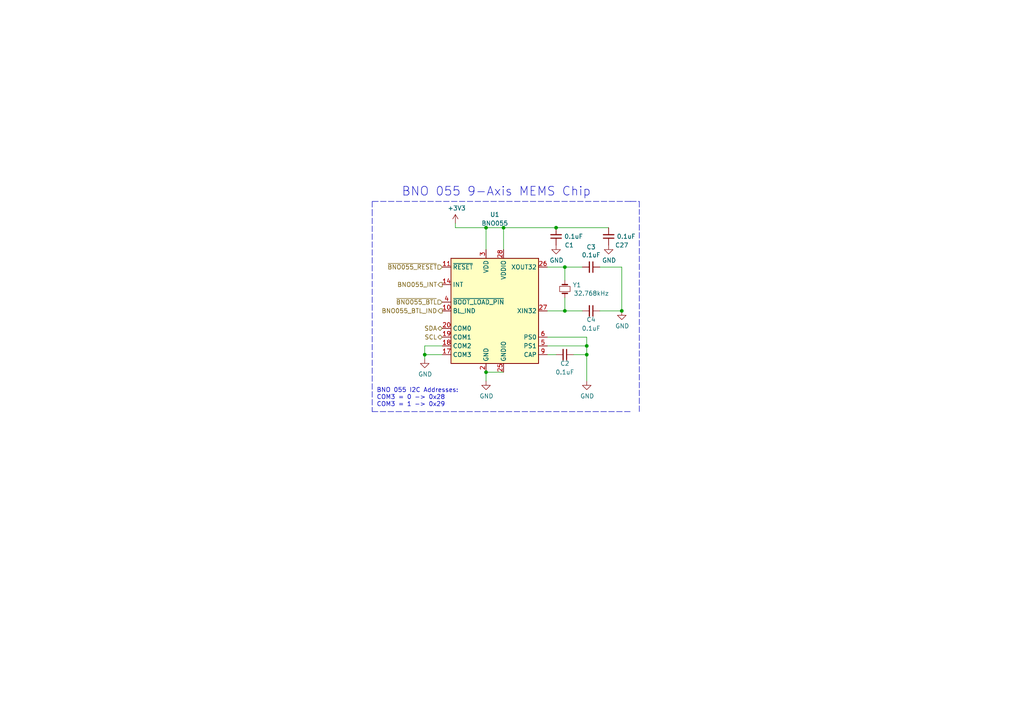
<source format=kicad_sch>
(kicad_sch (version 20211123) (generator eeschema)
  (paper "A4")
  (title_block (title "ICM-20948 MEMS Chip") (date "2021-12-06") (rev "v1.0.4") (company "Missouri S&T Rocket Design Team '21 (Thomas Francois)") (comment 1 "https://github.com/MSTRocketDesignTeam/Avionics-Data-Collection-PCB") (comment 2 "Intended as initial pre-production design") (comment 3 "Schematic depicting logical connections between components"))
  (lib_symbols
    (symbol "Data_Collection_KiCAD_Project-rescue:+3.3V-power-Data_Collection_KiCAD_Project-rescue" (power) (pin_names (offset 0))
      (property "Value" "Data_Collection_KiCAD_Project-rescue_+3.3V-power-Data_Collection_KiCAD_Project-rescue" (at 0 3.556 0))
      (symbol "+3.3V-power-Data_Collection_KiCAD_Project-rescue_0_1"
        (polyline (pts (xy -0.762 1.27) (xy 0 2.54)))
        (polyline (pts (xy 0 0) (xy 0 2.54)))
        (polyline (pts (xy 0 2.54) (xy 0.762 1.27)))
      )
      (symbol "+3.3V-power-Data_Collection_KiCAD_Project-rescue_1_1"
        (pin power_in line (at 0 0 90) (length 0) hide (name "+3V3") (number "1"))
      )
    )
    (symbol "Data_Collection_KiCAD_Project-rescue:BNO055-Sensor_Motion-Data_Collection_KiCAD_Project-rescue"
      (property "Reference" "U" (at -11.43 16.51 0))
      (property "Value" "Data_Collection_KiCAD_Project-rescue_BNO055-Sensor_Motion-Data_Collection_KiCAD_Project-rescue" (at 12.7 16.51 0))
      (symbol "BNO055-Sensor_Motion-Data_Collection_KiCAD_Project-rescue_0_1"
        (rectangle (start -12.7 15.24) (end 12.7 -15.24) (stroke (width 0.254)) (fill (type background)))
      )
      (symbol "BNO055-Sensor_Motion-Data_Collection_KiCAD_Project-rescue_1_1"
        (pin no_connect line (at -12.7 10.16 0) (length 2.54) hide (name "PIN1") (number "1"))
        (pin output line (at -15.24 0 0) (length 2.54) (name "BL_IND") (number "10"))
        (pin input line (at -15.24 12.7 0) (length 2.54) (name "~{RESET}") (number "11"))
        (pin no_connect line (at 12.7 10.16 180) (length 2.54) hide (name "PIN12") (number "12"))
        (pin no_connect line (at 12.7 7.62 180) (length 2.54) hide (name "PIN13") (number "13"))
        (pin output line (at -15.24 7.62 0) (length 2.54) (name "INT") (number "14"))
        (pin passive line (at 2.54 -17.78 90) (length 2.54) hide (name "GNDIO") (number "15"))
        (pin passive line (at 2.54 -17.78 90) (length 2.54) hide (name "GNDIO") (number "16"))
        (pin input line (at -15.24 -12.7 0) (length 2.54) (name "COM3") (number "17"))
        (pin bidirectional line (at -15.24 -10.16 0) (length 2.54) (name "COM2") (number "18"))
        (pin bidirectional line (at -15.24 -7.62 0) (length 2.54) (name "COM1") (number "19"))
        (pin power_in line (at -2.54 -17.78 90) (length 2.54) (name "GND") (number "2"))
        (pin bidirectional line (at -15.24 -5.08 0) (length 2.54) (name "COM0") (number "20"))
        (pin no_connect line (at 12.7 5.08 180) (length 2.54) hide (name "PIN21") (number "21"))
        (pin no_connect line (at 12.7 2.54 180) (length 2.54) hide (name "PIN22") (number "22"))
        (pin no_connect line (at 12.7 -2.54 180) (length 2.54) hide (name "PIN23") (number "23"))
        (pin no_connect line (at 12.7 -5.08 180) (length 2.54) hide (name "PIN24") (number "24"))
        (pin power_in line (at 2.54 -17.78 90) (length 2.54) (name "GNDIO") (number "25"))
        (pin output line (at 15.24 12.7 180) (length 2.54) (name "XOUT32") (number "26"))
        (pin input line (at 15.24 0 180) (length 2.54) (name "XIN32") (number "27"))
        (pin power_in line (at 2.54 17.78 270) (length 2.54) (name "VDDIO") (number "28"))
        (pin power_in line (at -2.54 17.78 270) (length 2.54) (name "VDD") (number "3"))
        (pin input line (at -15.24 2.54 0) (length 2.54) (name "~{BOOT_LOAD_PIN}") (number "4"))
        (pin input line (at 15.24 -10.16 180) (length 2.54) (name "PS1") (number "5"))
        (pin input line (at 15.24 -7.62 180) (length 2.54) (name "PS0") (number "6"))
        (pin no_connect line (at -12.7 5.08 0) (length 2.54) hide (name "PIN7") (number "7"))
        (pin no_connect line (at -12.7 -2.54 0) (length 2.54) hide (name "PIN8") (number "8"))
        (pin passive line (at 15.24 -12.7 180) (length 2.54) (name "CAP") (number "9"))
      )
    )
    (symbol "Data_Collection_KiCAD_Project-rescue:C_Small-Device-Data_Collection_KiCAD_Project-rescue" (pin_numbers hide) (pin_names (offset 0.254) hide)
      (property "Reference" "C" (at 0.254 1.778 0))
      (property "Value" "Data_Collection_KiCAD_Project-rescue_C_Small-Device-Data_Collection_KiCAD_Project-rescue" (at 0.254 -2.032 0))
      (symbol "C_Small-Device-Data_Collection_KiCAD_Project-rescue_0_1"
        (polyline (pts (xy -1.524 -0.508) (xy 1.524 -0.508)) (stroke (width 0.3302)))
        (polyline (pts (xy -1.524 0.508) (xy 1.524 0.508)) (stroke (width 0.3048)))
      )
      (symbol "C_Small-Device-Data_Collection_KiCAD_Project-rescue_1_1"
        (pin passive line (at 0 2.54 270) (length 2.032) (name "~") (number "1"))
        (pin passive line (at 0 -2.54 90) (length 2.032) (name "~") (number "2"))
      )
    )
    (symbol "Data_Collection_KiCAD_Project-rescue:Crystal_Small-Device-Data_Collection_KiCAD_Project-rescue" (pin_numbers hide) (pin_names (offset 1.016) hide)
      (property "Reference" "Y" (at 0 2.54 0))
      (property "Value" "Data_Collection_KiCAD_Project-rescue_Crystal_Small-Device-Data_Collection_KiCAD_Project-rescue" (at 0 -2.54 0))
      (symbol "Crystal_Small-Device-Data_Collection_KiCAD_Project-rescue_0_1"
        (rectangle (start -0.762 -1.524) (end 0.762 1.524))
        (polyline (pts (xy -1.27 -0.762) (xy -1.27 0.762)) (stroke (width 0.381)))
        (polyline (pts (xy 1.27 -0.762) (xy 1.27 0.762)) (stroke (width 0.381)))
      )
      (symbol "Crystal_Small-Device-Data_Collection_KiCAD_Project-rescue_1_1"
        (pin passive line (at -2.54 0 0) (length 1.27) (name "1") (number "1"))
        (pin passive line (at 2.54 0 180) (length 1.27) (name "2") (number "2"))
      )
    )
    (symbol "Data_Collection_KiCAD_Project-rescue:GND-power-Data_Collection_KiCAD_Project-rescue" (power) (pin_names (offset 0))
      (property "Value" "Data_Collection_KiCAD_Project-rescue_GND-power-Data_Collection_KiCAD_Project-rescue" (at 0 -3.81 0))
      (symbol "GND-power-Data_Collection_KiCAD_Project-rescue_0_1"
        (polyline (pts (xy 0 0) (xy 0 -1.27) (xy 1.27 -1.27) (xy 0 -2.54) (xy -1.27 -1.27) (xy 0 -1.27)))
      )
      (symbol "GND-power-Data_Collection_KiCAD_Project-rescue_1_1"
        (pin power_in line (at 0 0 270) (length 0) hide (name "GND") (number "1"))
      )
    )
  )
  (junction (at 140.97 66.04))
  (junction (at 180.34 90.17))
  (junction (at 163.83 77.47))
  (junction (at 140.97 107.95))
  (junction (at 146.05 66.04))
  (junction (at 170.18 102.87))
  (junction (at 161.29 66.04))
  (junction (at 123.19 102.87))
  (junction (at 163.83 90.17))
  (junction (at 170.18 100.33))
  (polyline (pts (xy 185.42 119.38) (xy 185.42 60.96)))
  (wire (pts (xy 146.05 66.04) (xy 161.29 66.04)))
  (wire (pts (xy 170.18 110.49) (xy 170.18 102.87)))
  (wire (pts (xy 123.19 102.87) (xy 123.19 104.14)))
  (wire (pts (xy 170.18 100.33) (xy 170.18 97.79)))
  (wire (pts (xy 132.08 66.04) (xy 140.97 66.04)))
  (wire (pts (xy 163.83 77.47) (xy 163.83 81.28)))
  (wire (pts (xy 128.27 100.33) (xy 123.19 100.33)))
  (wire (pts (xy 140.97 66.04) (xy 146.05 66.04)))
  (wire (pts (xy 163.83 90.17) (xy 168.91 90.17)))
  (wire (pts (xy 128.27 102.87) (xy 123.19 102.87)))
  (wire (pts (xy 140.97 66.04) (xy 140.97 72.39)))
  (polyline (pts (xy 182.88 58.42) (xy 185.42 58.42)))
  (polyline (pts (xy 185.42 58.42) (xy 185.42 60.96)))
  (wire (pts (xy 140.97 107.95) (xy 146.05 107.95)))
  (polyline (pts (xy 107.95 119.38) (xy 182.88 119.38)))
  (wire (pts (xy 180.34 90.17) (xy 180.34 77.47)))
  (polyline (pts (xy 182.88 58.42) (xy 107.95 58.42)))
  (wire (pts (xy 158.75 77.47) (xy 163.83 77.47)))
  (wire (pts (xy 166.37 102.87) (xy 170.18 102.87)))
  (polyline (pts (xy 107.95 60.96) (xy 107.95 119.38)))
  (wire (pts (xy 173.99 90.17) (xy 180.34 90.17)))
  (wire (pts (xy 123.19 100.33) (xy 123.19 102.87)))
  (wire (pts (xy 180.34 77.47) (xy 173.99 77.47)))
  (wire (pts (xy 158.75 97.79) (xy 170.18 97.79)))
  (polyline (pts (xy 107.95 58.42) (xy 107.95 60.96)))
  (wire (pts (xy 161.29 66.04) (xy 176.53 66.04)))
  (wire (pts (xy 163.83 90.17) (xy 163.83 86.36)))
  (wire (pts (xy 158.75 100.33) (xy 170.18 100.33)))
  (wire (pts (xy 163.83 77.47) (xy 168.91 77.47)))
  (wire (pts (xy 158.75 102.87) (xy 161.29 102.87)))
  (wire (pts (xy 146.05 66.04) (xy 146.05 72.39)))
  (wire (pts (xy 158.75 90.17) (xy 163.83 90.17)))
  (wire (pts (xy 170.18 102.87) (xy 170.18 100.33)))
  (wire (pts (xy 140.97 110.49) (xy 140.97 107.95)))
  (wire (pts (xy 132.08 64.77) (xy 132.08 66.04)))
  (text "BNO 055 I2C Addresses:\nCOM3 = 0 -> 0x28\nCOM3 = 1 -> 0x29" (at 109.22 118.11 0) (effects (font (size 1.27 1.27)) (justify left bottom)))
  (text "BNO 055 9-Axis MEMS Chip" (at 171.45 57.15 180) (effects (font (size 2.54 2.54)) (justify right bottom)))
  (hierarchical_label "SCL" (shape bidirectional) (at 128.27 97.79 180))
  (hierarchical_label "BNO055_BTL_IND" (shape output) (at 128.27 90.17 180))
  (hierarchical_label "~{BNO055_RESET}" (shape input) (at 128.27 77.47 180))
  (hierarchical_label "~{BNO055_BTL}" (shape input) (at 128.27 87.63 180))
  (hierarchical_label "SDA" (shape bidirectional) (at 128.27 95.25 180))
  (hierarchical_label "BNO055_INT" (shape output) (at 128.27 82.55 180))
  (symbol (lib_id "Data_Collection_KiCAD_Project-rescue:BNO055-Sensor_Motion-Data_Collection_KiCAD_Project-rescue") (at 143.51 90.17 0) (unit 1)
    (property "Reference" "U1" (at 143.51 62.23 0))
    (property "Value" "BNO055" (at 143.51 64.77 0))
    (property "Footprint" "Package_LGA:LGA-28_5.2x3.8mm_P0.5mm" (effects hide))
    (property "Datasheet" "https://www.bosch-sensortec.com/media/boschsensortec/downloads/datasheets/bst-bno055-ds000.pdf" (effects hide))
    (property "Digikey" "https://www.digikey.com/en/products/detail/bosch-sensortec/BNO055/6136301" (effects hide))
  )
  (symbol (lib_id "Data_Collection_KiCAD_Project-rescue:+3.3V-power-Data_Collection_KiCAD_Project-rescue") (at 132.08 64.77 0) (unit 1)
    (property "Reference" "#PWR013" (effects hide))
    (property "Value" "+3.3V" (at 132.461 60.3758 0))
  )
  (symbol (lib_id "Data_Collection_KiCAD_Project-rescue:GND-power-Data_Collection_KiCAD_Project-rescue") (at 161.29 71.12 0) (unit 1)
    (property "Reference" "#PWR015" (effects hide))
    (property "Value" "GND" (at 161.417 75.5142 0))
  )
  (symbol (lib_id "Data_Collection_KiCAD_Project-rescue:GND-power-Data_Collection_KiCAD_Project-rescue") (at 140.97 110.49 0) (unit 1)
    (property "Reference" "#PWR014" (effects hide))
    (property "Value" "GND" (at 141.097 114.8842 0))
  )
  (symbol (lib_id "Data_Collection_KiCAD_Project-rescue:Crystal_Small-Device-Data_Collection_KiCAD_Project-rescue") (at 163.83 83.82 270) (unit 1)
    (property "Reference" "Y1" (at 166.0652 82.6516 90) (effects (justify left)))
    (property "Value" "32.768kHz" (at 166.37 85.09 90) (effects (justify left)))
    (property "Footprint" "RDT_Custom_Footprints:XTAL_ABM7-32.000MHZ-D2Y-T" (effects hide))
  )
  (symbol (lib_id "Data_Collection_KiCAD_Project-rescue:C_Small-Device-Data_Collection_KiCAD_Project-rescue") (at 161.29 68.58 180) (unit 1)
    (property "Reference" "C1" (at 165.1 71.12 0))
    (property "Value" "0.1uF" (at 166.37 68.58 0))
    (property "Footprint" "Capacitor_SMD:C_0603_1608Metric_Pad1.08x0.95mm_HandSolder" (effects hide))
  )
  (symbol (lib_id "Data_Collection_KiCAD_Project-rescue:C_Small-Device-Data_Collection_KiCAD_Project-rescue") (at 171.45 77.47 270) (unit 1)
    (property "Reference" "C3" (at 171.45 71.6534 90))
    (property "Value" "0.1uF" (at 171.45 73.9648 90))
    (property "Footprint" "Capacitor_SMD:C_0603_1608Metric_Pad1.08x0.95mm_HandSolder" (effects hide))
  )
  (symbol (lib_id "Data_Collection_KiCAD_Project-rescue:C_Small-Device-Data_Collection_KiCAD_Project-rescue") (at 171.45 90.17 270) (unit 1)
    (property "Reference" "C4" (at 171.45 92.71 90))
    (property "Value" "0.1uF" (at 171.45 95.25 90))
    (property "Footprint" "Capacitor_SMD:C_0603_1608Metric_Pad1.08x0.95mm_HandSolder" (effects hide))
  )
  (symbol (lib_id "Data_Collection_KiCAD_Project-rescue:GND-power-Data_Collection_KiCAD_Project-rescue") (at 180.34 90.17 0) (unit 1)
    (property "Reference" "#PWR017" (effects hide))
    (property "Value" "GND" (at 180.467 94.5642 0))
  )
  (symbol (lib_id "Data_Collection_KiCAD_Project-rescue:GND-power-Data_Collection_KiCAD_Project-rescue") (at 123.19 104.14 0) (unit 1)
    (property "Reference" "#PWR012" (effects hide))
    (property "Value" "GND" (at 123.317 108.5342 0))
  )
  (symbol (lib_id "Data_Collection_KiCAD_Project-rescue:GND-power-Data_Collection_KiCAD_Project-rescue") (at 170.18 110.49 0) (unit 1)
    (property "Reference" "#PWR016" (effects hide))
    (property "Value" "GND" (at 170.307 114.8842 0))
  )
  (symbol (lib_id "Data_Collection_KiCAD_Project-rescue:C_Small-Device-Data_Collection_KiCAD_Project-rescue") (at 163.83 102.87 270) (unit 1)
    (property "Reference" "C2" (at 163.83 105.41 90))
    (property "Value" "0.1uF" (at 163.83 107.95 90))
    (property "Footprint" "Capacitor_SMD:C_0603_1608Metric_Pad1.08x0.95mm_HandSolder" (effects hide))
  )
  (symbol (lib_id "Data_Collection_KiCAD_Project-rescue:C_Small-Device-Data_Collection_KiCAD_Project-rescue") (at 176.53 68.58 180) (unit 1)
    (property "Reference" "C27" (at 180.34 71.12 0))
    (property "Value" "0.1uF" (at 181.61 68.58 0))
    (property "Footprint" "Capacitor_SMD:C_0603_1608Metric_Pad1.08x0.95mm_HandSolder" (effects hide))
  )
  (symbol (lib_id "Data_Collection_KiCAD_Project-rescue:GND-power-Data_Collection_KiCAD_Project-rescue") (at 176.53 71.12 0) (unit 1)
    (property "Reference" "#PWR042" (effects hide))
    (property "Value" "GND" (at 176.657 75.5142 0))
  )
)
</source>
